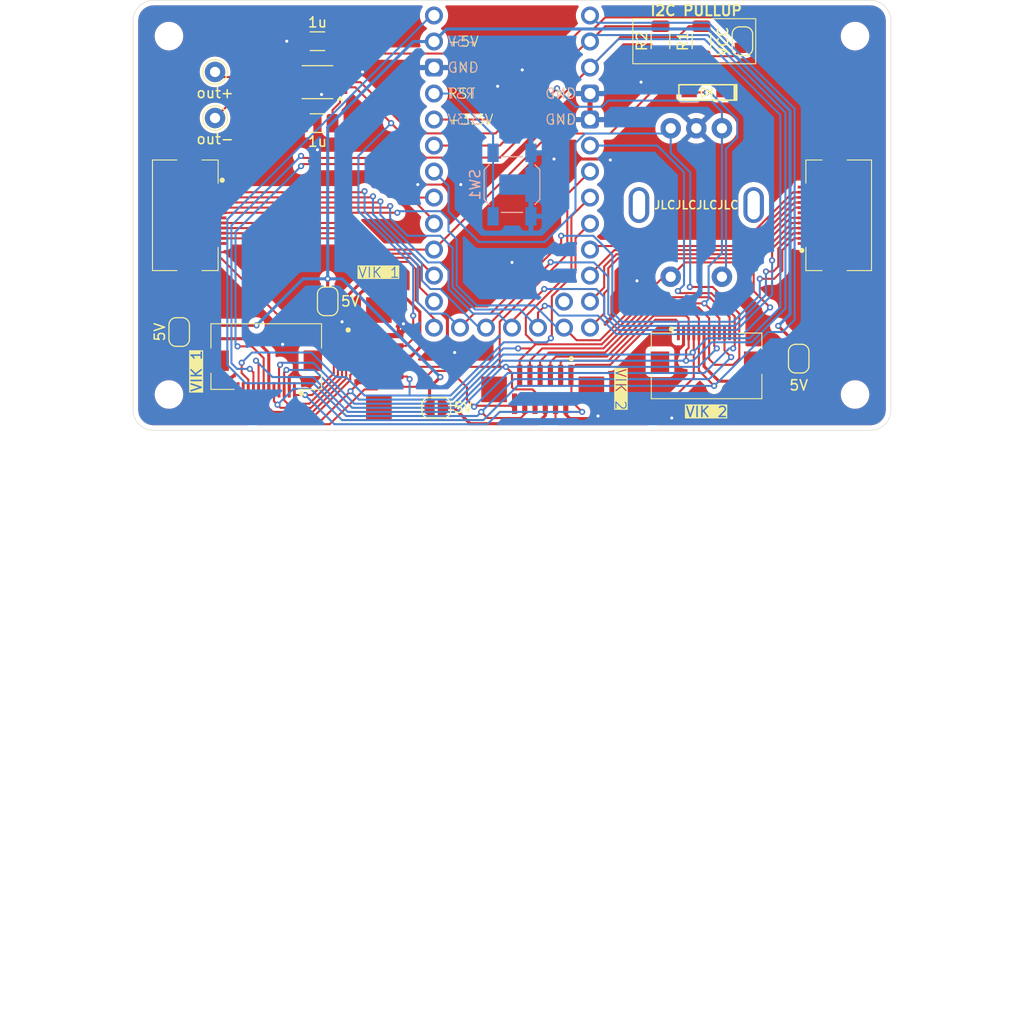
<source format=kicad_pcb>
(kicad_pcb (version 20240108) (generator "pcbnew") (generator_version "8.0")
  (layers (0 "F.Cu" signal) (31 "B.Cu" signal) (34 "B.Paste" user) (35 "F.Paste" user) (36 "B.SilkS" user "B.Silkscreen") (37 "F.SilkS" user "F.Silkscreen") (38 "B.Mask" user) (39 "F.Mask" user) (44 "Edge.Cuts" user))
  (net 0 "")
  (net 1 "GND")
  (net 2 "VCC")
  (net 3 "Net-(U1-REG)")
  (net 4 "row3")
  (net 5 "Net-(D1-A)")
  (net 6 "Net-(J1-Pin_1)")
  (net 7 "Net-(J2-Pin_1)")
  (net 8 "row4")
  (net 9 "row7")
  (net 10 "LED_OUT")
  (net 11 "row6")
  (net 12 "VIK2_GPIO2")
  (net 13 "row2")
  (net 14 "row1")
  (net 15 "VIK1_GPIO2")
  (net 16 "row0")
  (net 18 "col0")
  (net 19 "VIK1_CS")
  (net 20 "SPI_CLK")
  (net 21 "col3")
  (net 22 "col1")
  (net 23 "VIK2_GPIO1")
  (net 24 "SDA")
  (net 25 "SCL")
  (net 26 "SPI_MOSI")
  (net 27 "col2")
  (net 28 "row5")
  (net 29 "VIK1_GPIO1")
  (net 30 "SPI_MISO")
  (net 31 "VIK2_CS")
  (net 32 "col4")
  (net 33 "+5V")
  (net 34 "RST")
  (net 39 "I2C_3V3")
  (net 41 "VIK1_5V_1")
  (net 42 "VIK2_5V_1")
  (net 43 "VIK1_5V_2")
  (net 44 "VIK2_5V_2")
  (footprint "zzkeeb:Diode_1N4148-SOD123" (layer "F.Cu") (at 169 69 180)
    (property "Reference" "D1" (hide yes))
    (property "Value" "D" (hide yes))
  )
  (footprint "zzkeeb:Hole_M2" (layer "F.Cu") (at 183.5 98.5)
    (property "Reference" "H3" (hide yes))
    (property "Value" "MountingHole" (hide yes))
  )
  (footprint "zzkeeb:Connector_FFC-12pin-0.5mm-horizontal" (layer "F.Cu") (at 180.2 81 90)
    (property "Reference" "J5")
    (property "Value" "Conn_01x12_Socket" (hide yes))
  )
  (footprint "Jumper:SolderJumper-2_P1.3mm_Open_RoundedPad1.0x1.5mm" (layer "F.Cu") (at 142.6 99.8)
    (property "Reference" "JP5" (hide yes))
    (property "Value" "5V")
  )
  (footprint "zzkeeb:Connector_FFC-12pin-0.5mm-horizontal" (layer "F.Cu") (at 119.8 81 -90)
    (property "Reference" "J4")
    (property "Value" "Conn_01x12_Socket" (hide yes))
  )
  (footprint "Jumper:SolderJumper-2_P1.3mm_Open_RoundedPad1.0x1.5mm" (layer "F.Cu") (at 117.5 92.4 -90)
    (property "Reference" "JP1" (hide yes))
    (property "Value" "5V")
  )
  (footprint "zzkeeb:RotaryEncoder_EC11" (layer "F.Cu") (at 168 80 -90)
    (property "Reference" "RE1" (hide yes))
    (property "Value" "RotaryEncoder_Switch" (hide yes))
  )
  (footprint "Jumper:SolderJumper-2_P1.3mm_Open_RoundedPad1.0x1.5mm" (layer "F.Cu") (at 172.5 64 90)
    (property "Reference" "JP3" (hide yes))
    (property "Value" "VCC")
  )
  (footprint "Capacitor_SMD:C_1206_3216Metric" (layer "F.Cu") (at 131 64 180)
    (property "Reference" "C2" (hide yes))
    (property "Value" "1u")
  )
  (footprint "TestPoint:TestPoint_THTPad_D2.0mm_Drill1.0mm" (layer "F.Cu") (at 121 67)
    (property "Reference" "J1" (hide yes))
    (property "Value" "out+")
  )
  (footprint "Jumper:SolderJumper-2_P1.3mm_Open_RoundedPad1.0x1.5mm" (layer "F.Cu") (at 132 89.4 -90)
    (property "Reference" "JP4" (hide yes))
    (property "Value" "5V")
  )
  (footprint "zzkeeb:Hole_M2" (layer "F.Cu") (at 116.5 63.5)
    (property "Reference" "H2" (hide yes))
    (property "Value" "MountingHole" (hide yes))
  )
  (footprint "Resistor_SMD:R_1206_3216Metric" (layer "F.Cu") (at 168.5 64 90)
    (property "Reference" "R1")
    (property "Value" "4.7k")
  )
  (footprint "zzkeeb:Connector_VIK-horizontal-keyboard" (layer "F.Cu") (at 169 94)
    (property "Reference" "VIK_K2")
    (property "Value" "Connector_VIK-keyboard" (hide yes))
  )
  (footprint "zzkeeb:Connector_VIK-horizontal-keyboard" (layer "F.Cu") (at 126 96.5 180)
    (property "Reference" "VIK_K1")
    (property "Value" "Connector_VIK-keyboard" (hide yes))
  )
  (footprint "zzkeeb:Connector_VIK-vertical-keyboard" (layer "F.Cu") (at 153 98 -90)
    (property "Reference" "VIK_K4" (hide yes))
    (property "Value" "Connector_VIK-keyboard" (hide yes))
  )
  (footprint "Package_SO:VSSOP-10_3x3mm_P0.5mm" (layer "F.Cu") (at 131 68 180)
    (property "Reference" "U1" (hide yes))
    (property "Value" "DRV2605LDGS")
  )
  (footprint "zzkeeb:Connector_VIK-vertical-keyboard" (layer "F.Cu") (at 137 95)
    (property "Reference" "VIK_K3" (hide yes))
    (property "Value" "Connector_VIK-keyboard" (hide yes))
  )
  (footprint "Jumper:SolderJumper-2_P1.3mm_Open_RoundedPad1.0x1.5mm" (layer "F.Cu") (at 178 95 -90)
    (property "Reference" "JP2" (hide yes))
    (property "Value" "5V")
  )
  (footprint "zzkeeb:Hole_M2" (layer "F.Cu") (at 116.5 98.5)
    (property "Reference" "H4" (hide yes))
    (property "Value" "MountingHole" (hide yes))
  )
  (footprint "Capacitor_SMD:C_1206_3216Metric" (layer "F.Cu") (at 131 72 180)
    (property "Reference" "C3" (hide yes))
    (property "Value" "1u")
  )
  (footprint "zzkeeb:Hole_M2" (layer "F.Cu") (at 183.5 63.5)
    (property "Reference" "H1" (hide yes))
    (property "Value" "MountingHole" (hide yes))
  )
  (footprint "TestPoint:TestPoint_THTPad_D2.0mm_Drill1.0mm" (layer "F.Cu") (at 121 71.5)
    (property "Reference" "J2" (hide yes))
    (property "Value" "out-")
  )
  (footprint "Resistor_SMD:R_1206_3216Metric" (layer "F.Cu") (at 164.5 64 90)
    (property "Reference" "R2")
    (property "Value" "4.7k")
  )
  (footprint "zzkeeb:MCU_rp2040-helios" (layer "B.Cu") (at 150 78 180)
    (property "Reference" "J3")
    (property "Value" "RP2040")
  )
  (footprint "zzkeeb:Button_SW_SPST_SKQG_WithoutStem" (layer "B.Cu") (at 150 78 -90)
    (property "Reference" "SW1")
    (property "Value" "SW_Push")
  )
  (gr_rect (start 161.8 61.8) (end 173.8 66.2) (stroke (width 0.1)) (fill none) (layer "F.SilkS"))
  (gr_line (start 185 102) (end 115 102) (stroke (width 0.05)) (layer "Edge.Cuts"))
  (gr_arc (start 187 100) (mid 186.414214 101.414214) (end 185 102) (stroke (width 0.05)) (layer "Edge.Cuts"))
  (gr_line (start 115 60) (end 185 60) (stroke (width 0.05)) (layer "Edge.Cuts"))
  (gr_line (start 113 100) (end 113 62) (stroke (width 0.05)) (layer "Edge.Cuts"))
  (gr_line (start 187 62) (end 187 100) (stroke (width 0.05)) (layer "Edge.Cuts"))
  (gr_arc (start 115 102) (mid 113.585786 101.414214) (end 113 100) (stroke (width 0.05)) (layer "Edge.Cuts"))
  (gr_arc (start 185 60) (mid 186.414214 60.585786) (end 187 62) (stroke (width 0.05)) (layer "Edge.Cuts"))
  (gr_arc (start 113 62) (mid 113.585786 60.585786) (end 115 60) (stroke (width 0.05)) (layer "Edge.Cuts"))
  (gr_text "I2C PULLUP" (at 163.4 61.6 0) (layer "F.SilkS") (effects (font (size 1 1) (thickness 0.2) (bold yes)) (justify left bottom)))
  (gr_text "JLCJLCJLCJLC" (at 168 80 0) (layer "F.SilkS") (effects (font (size 0.8 0.8) (thickness 0.15) (bold yes))))
  (segment (start 120.582843 84.6) (end 122.2 84.6) (width 0.2) (layer "F.Cu") (net 1))
  (segment (start 139.4 91.6) (end 138.9 91.6) (width 0.3) (layer "F.Cu") (net 1))
  (segment (start 145 78) (end 140.8 78) (width 0.2) (layer "F.Cu") (net 1))
  (segment (start 132.37188 67.5) (end 131.4 68.47188) (width 0.3) (layer "F.Cu") (net 1))
  (segment (start 122.4 77.2) (end 120.765686 77.2) (width 0.2) (layer "F.Cu") (net 1))
  (segment (start 128.75 94.75) (end 128.75 96.243694) (width 0.3) (layer "F.Cu") (net 1))
  (segment (start 127.6 93.6) (end 128.75 94.75) (width 0.3) (layer "F.Cu") (net 1))
  (segment (start 133.2 67.5) (end 134.9 67.5) (width 0.3) (layer "F.Cu") (net 1))
  (segment (start 128.25 96.743694) (end 128.25 98.05) (width 0.3) (layer "F.Cu") (net 1))
  (segment (start 166.75 93.65) (end 166.2 94.2) (width 0.3) (layer "F.Cu") (net 1))
  (segment (start 138.9 91.6) (end 138.9 92.75) (width 0.3) (layer "F.Cu") (net 1))
  (segment (start 159.5037 75.5037) (end 159.6 75.6) (width 0.3) (layer "F.Cu") (net 1))
  (segment (start 130.8 64.6) (end 130.2 64) (width 0.3) (layer "F.Cu") (net 1))
  (segment (start 133.4 90.4) (end 133.4 91.4) (width 0.3) (layer "F.Cu") (net 1))
  (segment (start 158.15 100.85) (end 158.4 100.6) (width 0.3) (layer "F.Cu") (net 1))
  (segment (start 154.1037 75.5037) (end 159.5037 75.5037) (width 0.3) (layer "F.Cu") (net 1))
  (segment (start 155.65 100.85) (end 158.15 100.85) (width 0.3) (layer "F.Cu") (net 1))
  (segment (start 119.8 78.165686) (end 119.8 83.817157) (width 0.2) (layer "F.Cu") (net 1))
  (segment (start 139.4 89.543502) (end 138.056498 88.2) (width 0.3) (layer "F.Cu") (net 1))
  (segment (start 166.75 92.45) (end 166.75 93.65) (width 0.3) (layer "F.Cu") (net 1))
  (segment (start 130 68) (end 130.8 67.2) (width 0.3) (layer "F.Cu") (net 1))
  (segment (start 155.25 100.45) (end 155.65 100.85) (width 0.3) (layer "F.Cu") (net 1))
  (segment (start 139.4 91.6) (end 139.4 89.543502) (width 0.3) (layer "F.Cu") (net 1))
  (segment (start 130.2 64) (end 129.525 64) (width 0.3) (layer "F.Cu") (net 1))
  (segment (start 138.056498 88.2) (end 135.6 88.2) (width 0.3) (layer "F.Cu") (net 1))
  (segment (start 159.6 75.6) (end 159.6963 75.5037) (width 0.3) (layer "F.Cu") (net 1))
  (segment (start 143.6937 93.6937) (end 143.6937 90.7063) (width 0.3) (layer "F.Cu") (net 1))
  (segment (start 120.765686 77.2) (end 119.8 78.165686) (width 0.2) (layer "F.Cu") (net 1))
  (segment (start 135.6 88.2) (end 133.4 90.4) (width 0.3) (layer "F.Cu") (net 1))
  (segment (start 131.4 68.47188) (end 131.4 69.2) (width 0.3) (layer "F.Cu") (net 1))
  (segment (start 144.4 94.4) (end 143.6937 93.6937) (width 0.3) (layer "F.Cu") (net 1))
  (segment (start 119.8 83.817157) (end 120.582843 84.6) (width 0.2) (layer "F.Cu") (net 1))
  (segment (start 155.25 99.9) (end 155.25 100.45) (width 0.3) (layer "F.Cu") (net 1))
  (segment (start 134.9 67.5) (end 135.4 67) (width 0.3) (layer "F.Cu") (net 1))
  (segment (start 128.75 96.243694) (end 128.25 96.743694) (width 0.3) (layer "F.Cu") (net 1))
  (segment (start 159.6963 75.5037) (end 159.7037 75.5037) (width 0.3) (layer "F.Cu") (net 1))
  (segment (start 128.8 68) (end 130 68) (width 0.3) (layer "F.Cu") (net 1))
  (segment (start 133.2 67.5) (end 132.37188 67.5) (width 0.3) (layer "F.Cu") (net 1))
  (segment (start 130.8 67.2) (end 130.8 64.6) (width 0.3) (layer "F.Cu") (net 1))
  (via (at 144.4 94.4) (size 0.6) (drill 0.3) (layers "F.Cu" "B.Cu") (net 1))
  (via (at 162.6 68) (size 0.6) (drill 0.3) (layers "F.Cu" "B.Cu") (net 1))
  (via (at 150 85.6) (size 0.6) (drill 0.3) (layers "F.Cu" "B.Cu") (net 1))
  (via (at 165.6 100.8) (size 0.6) (drill 0.3) (layers "F.Cu" "B.Cu") (net 1))
  (via (at 154.1037 75.5037) (size 0.6) (drill 0.3) (layers "F.Cu" "B.Cu") (net 1))
  (via (at 158.4 100.6) (size 0.6) (drill 0.3) (layers "F.Cu" "B.Cu") (net 1))
  (via (at 162.2 87.4) (size 0.6) (drill 0.3) (layers "F.Cu" "B.Cu") (net 1))
  (via (at 151 66.8) (size 0.6) (drill 0.3) (layers "F.Cu" "B.Cu") (net 1))
  (via (at 135.4 67) (size 0.6) (drill 0.3) (layers "F.Cu" "B.Cu") (net 1))
  (via (at 127.6 93.6) (size 0.6) (drill 0.3) (layers "F.Cu" "B.Cu") (net 1))
  (via (at 140.8 78) (size 0.6) (drill 0.3) (layers "F.Cu" "B.Cu") (net 1))
  (via (at 131 74.6) (size 0.6) (drill 0.3) (layers "F.Cu" "B.Cu") (net 1))
  (via (at 131.4 69.2) (size 0.6) (drill 0.3) (layers "F.Cu" "B.Cu") (net 1))
  (via (at 133.4 91.4) (size 0.6) (drill 0.3) (layers "F.Cu" "B.Cu") (net 1))
  (via (at 159.6 75.6) (size 0.6) (drill 0.3) (layers "F.Cu" "B.Cu") (net 1))
  (via (at 145 78) (size 0.6) (drill 0.3) (layers "F.Cu" "B.Cu") (net 1))
  (via (at 139.4 91.6) (size 0.6) (drill 0.3) (layers "F.Cu" "B.Cu") (net 1))
  (via (at 128 64) (size 0.6) (drill 0.3) (layers "F.Cu" "B.Cu") (net 1))
  (via (at 148.6 68.4) (size 0.6) (drill 0.3) (layers "F.Cu" "B.Cu") (net 1))
  (segment (start 132.6 96.434314) (end 130.484314 98.55) (width 0.2) (layer "F.Cu") (net 2))
  (segment (start 121.4 85) (end 120.417157 85) (width 0.2) (layer "F.Cu") (net 2))
  (segment (start 166 91.2) (end 166.25 91.45) (width 0.2) (layer "F.Cu") (net 2))
  (segment (start 170.825 61.675) (end 159.09854 61.675) (width 0.2) (layer "F.Cu") (net 2))
  (segment (start 135.8063 65.2063) (end 147.8063 65.2063) (width 0.2) (layer "F.Cu") (net 2))
  (segment (start 130.484314 98.55) (end 129.8 98.55) (width 0.2) (layer "F.Cu") (net 2))
  (segment (start 134.6 64) (end 135.8063 65.2063) (width 0.2) (layer "F.Cu") (net 2))
  (segment (start 147.8063 65.2063) (end 151.1 68.5) (width 0.2) (layer "F.Cu") (net 2))
  (segment (start 159.09854 61.675) (end 157.97354 62.8) (width 0.2) (layer "F.Cu") (net 2))
  (segment (start 166.25 91.45) (end 166.25 92.45) (width 0.2) (layer "F.Cu") (net 2))
  (segment (start 119.2 83.782843) (end 119.2 78.2) (width 0.2) (layer "F.Cu") (net 2))
  (segment (start 132 67) (end 133.2 67) (width 0.2) (layer "F.Cu") (net 2))
  (segment (start 132.475 65.475) (end 133.2 66.2) (width 0.2) (layer "F.Cu") (net 2))
  (segment (start 132.7 93.7) (end 132.6 93.8) (width 0.2) (layer "F.Cu") (net 2))
  (segment (start 172.5 63.35) (end 170.825 61.675) (width 0.2) (layer "F.Cu") (net 2))
  (segment (start 128.75 98.55) (end 129.8 98.55) (width 0.2) (layer "F.Cu") (net 2))
  (segment (start 132.7 93.7) (end 130.1 93.7) (width 0.2) (layer "F.Cu") (net 2))
  (segment (start 132.475 64) (end 134.6 64) (width 0.2) (layer "F.Cu") (net 2))
  (segment (start 163.994116 91.2) (end 166 91.2) (width 0.2) (layer "F.Cu") (net 2))
  (segment (start 132.475 64) (end 132.475 65.475) (width 0.2) (layer "F.Cu") (net 2))
  (segment (start 155.75 96.1) (end 156.25 95.6) (width 0.2) (layer "F.Cu") (net 2))
  (segment (start 133.2 66.2) (end 133.2 67) (width 0.2) (layer "F.Cu") (net 2))
  (segment (start 155.8 98.268664) (end 155.8 96.15) (width 0.2) (layer "F.Cu") (net 2))
  (segment (start 155.8 96.15) (end 155.75 96.1) (width 0.2) (layer "F.Cu") (net 2))
  (segment (start 134.15 92.25) (end 135.1 92.25) (width 0.2) (layer "F.Cu") (net 2))
  (segment (start 132.7 93.7) (end 134.15 92.25) (width 0.2) (layer "F.Cu") (net 2))
  (segment (start 119.2 78.2) (end 128.4 69) (width 0.2) (layer "F.Cu") (net 2))
  (segment (start 130.1 93.7) (end 121.4 85) (width 0.2) (layer "F.Cu") (net 2))
  (segment (start 156 98.468664) (end 155.8 98.268664) (width 0.2) (layer "F.Cu") (net 2))
  (segment (start 128.8 69) (end 130 69) (width 0.2) (layer "F.Cu") (net 2))
  (segment (start 151.1 68.5) (end 147.95 71.65) (width 0.2) (layer "F.Cu") (net 2))
  (segment (start 120.417157 85) (end 119.2 83.782843) (width 0.2) (layer "F.Cu") (net 2))
  (segment (start 147.95 71.65) (end 142.38 71.65) (width 0.2) (layer "F.Cu") (net 2))
  (segment (start 159.594115 95.6) (end 163.994116 91.2) (width 0.2) (layer "F.Cu") (net 2))
  (segment (start 128.4 69) (end 128.8 69) (width 0.2) (layer "F.Cu") (net 2))
  (segment (start 130 69) (end 132 67) (width 0.2) (layer "F.Cu") (net 2))
  (segment (start 156.8 62.8) (end 151.1 68.5) (width 0.2) (layer "F.Cu") (net 2))
  (segment (start 156.25 95.6) (end 159.594115 95.6) (width 0.2) (layer "F.Cu") (net 2))
  (segment (start 156 99.35) (end 156 98.468664) (width 0.2) (layer "F.Cu") (net 2))
  (segment (start 156.85 100.2) (end 156 99.35) (width 0.2) (layer "F.Cu") (net 2))
  (segment (start 132.6 93.8) (end 132.6 96.434314) (width 0.2) (layer "F.Cu") (net 2))
  (segment (start 157.97354 62.8) (end 156.8 62.8) (width 0.2) (layer "F.Cu") (net 2))
  (via (at 156.85 100.2) (size 0.6) (drill 0.3) (layers "F.Cu" "B.Cu") (net 2))
  (via (at 129.8 98.55) (size 0.6) (drill 0.3) (layers "F.Cu" "B.Cu") (net 2))
  (segment (start 156.85 100.2) (end 148.8 100.2) (width 0.2) (layer "B.Cu") (net 2))
  (segment (start 147.6 101.4) (end 132.65 101.4) (width 0.2) (layer "B.Cu") (net 2))
  (segment (start 132.65 101.4) (end 129.8 98.55) (width 0.2) (layer "B.Cu") (net 2))
  (segment (start 148.8 100.2) (end 147.6 101.4) (width 0.2) (layer "B.Cu") (net 2))
  (segment (start 133.2 70) (end 133.2 69) (width 0.2) (layer "F.Cu") (net 3))
  (segment (start 132.475 70.725) (end 133.2 70) (width 0.2) (layer "F.Cu") (net 3))
  (segment (start 132.475 72) (end 132.475 70.725) (width 0.2) (layer "F.Cu") (net 3))
  (segment (start 137.247058 84.35) (end 142.38 84.35) (width 0.2) (layer "F.Cu") (net 4))
  (segment (start 134.647058 81.75) (end 137.247058 84.35) (width 0.2) (layer "F.Cu") (net 4))
  (segment (start 170.7 69) (end 169.5 67.8) (width 0.2) (layer "F.Cu") (net 4))
  (segment (start 159.5863 73.0137) (end 153.7163 73.0137) (width 0.2) (layer "F.Cu") (net 4))
  (segment (start 121.35 81.75) (end 134.647058 81.75) (width 0.2) (layer "F.Cu") (net 4))
  (segment (start 169.5 67.8) (end 164.8 67.8) (width 0.2) (layer "F.Cu") (net 4))
  (segment (start 164.8 67.8) (end 159.5863 73.0137) (width 0.2) (layer "F.Cu") (net 4))
  (segment (start 153.7163 73.0137) (end 142.38 84.35) (width 0.2) (layer "F.Cu") (net 4))
  (segment (start 169 69) (end 167.3 69) (width 0.2) (layer "F.Cu") (net 5))
  (via (at 169 69) (size 0.6) (drill 0.3) (layers "F.Cu" "B.Cu") (net 5))
  (segment (start 172 71.641422) (end 172 73.4) (width 0.2) (layer "B.Cu") (net 5))
  (segment (start 170.9 74.5) (end 170.9 86.6) (width 0.2) (layer "B.Cu") (net 5))
  (segment (start 169.358578 69) (end 172 71.641422) (width 0.2) (layer "B.Cu") (net 5))
  (segment (start 172 73.4) (end 170.9 74.5) (width 0.2) (layer "B.Cu") (net 5))
  (segment (start 170.9 86.6) (end 170.5 87) (width 0.2) (layer "B.Cu") (net 5))
  (segment (start 169 69) (end 169.358578 69) (width 0.2) (layer "B.Cu") (net 5))
  (segment (start 121.5 67.5) (end 121 67) (width 0.2) (layer "F.Cu") (net 6))
  (segment (start 128.8 67.5) (end 121.5 67.5) (width 0.2) (layer "F.Cu") (net 6))
  (segment (start 128.8 68.5) (end 124 68.5) (width 0.2) (layer "F.Cu") (net 7))
  (segment (start 124 68.5) (end 121 71.5) (width 0.2) (layer "F.Cu") (net 7))
  (segment (start 177.45 78.75) (end 178.45 78.75) (width 0.2) (layer "F.Cu") (net 8))
  (segment (start 157.62 84.35) (end 157.97 84) (width 0.2) (layer "F.Cu") (net 8))
  (segment (start 172.2 84) (end 177.45 78.75) (width 0.2) (layer "F.Cu") (net 8))
  (segment (start 157.97 84) (end 172.2 84) (width 0.2) (layer "F.Cu") (net 8))
  (segment (start 178.65 80.25) (end 177.647058 80.25) (width 0.2) (layer "F.Cu") (net 9))
  (segment (start 159 90.59) (end 157.62 91.97) (width 0.2) (layer "F.Cu") (net 9))
  (segment (start 159.4 88.215686) (end 159 88.615686) (width 0.2) (layer "F.Cu") (net 9))
  (segment (start 172.697057 85.2) (end 160.365686 85.2) (width 0.2) (layer "F.Cu") (net 9))
  (segment (start 159 88.615686) (end 159 90.59) (width 0.2) (layer "F.Cu") (net 9))
  (segment (start 159.4 86.165686) (end 159.4 88.215686) (width 0.2) (layer "F.Cu") (net 9))
  (segment (start 177.647058 80.25) (end 172.697057 85.2) (width 0.2) (layer "F.Cu") (net 9))
  (segment (start 160.365686 85.2) (end 159.4 86.165686) (width 0.2) (layer "F.Cu") (net 9))
  (segment (start 126.75 99.15) (end 126.75 98.55) (width 0.2) (layer "F.Cu") (net 10))
  (segment (start 133.4 95) (end 133.4 96.765686) (width 0.2) (layer "F.Cu") (net 10))
  (segment (start 153.75 96.1) (end 153.75 95.332843) (width 0.2) (layer "F.Cu") (net 10))
  (segment (start 127.4 99.8) (end 127.1 99.5) (width 0.2) (layer "F.Cu") (net 10))
  (segment (start 134.15 94.25) (end 133.4 95) (width 0.2) (layer "F.Cu") (net 10))
  (segment (start 153.75 95.332843) (end 154.282843 94.8) (width 0.2) (layer "F.Cu") (net 10))
  (segment (start 168.25 96.16924) (end 168.25 92.45) (width 0.2) (layer "F.Cu") (net 10))
  (segment (start 159.262743 94.8) (end 163.662744 90.4) (width 0.2) (layer "F.Cu") (net 10))
  (segment (start 163.662744 90.4) (end 167.6 90.4) (width 0.2) (layer "F.Cu") (net 10))
  (segment (start 130.365686 99.8) (end 127.4 99.8) (width 0.2) (layer "F.Cu") (net 10))
  (segment (start 133.4 96.765686) (end 130.365686 99.8) (width 0.2) (layer "F.Cu") (net 10))
  (segment (start 169.74038 97.65962) (end 168.25 96.16924) (width 0.2) (layer "F.Cu") (net 10))
  (segment (start 127.1 99.5) (end 126.75 99.15) (width 0.2) (layer "F.Cu") (net 10))
  (segment (start 135.1 94.25) (end 134.15 94.25) (width 0.2) (layer "F.Cu") (net 10))
  (segment (start 168.25 91.05) (end 168.25 92.45) (width 0.2) (layer "F.Cu") (net 10))
  (segment (start 167.6 90.4) (end 168.25 91.05) (width 0.2) (layer "F.Cu") (net 10))
  (segment (start 154.282843 94.8) (end 159.262743 94.8) (width 0.2) (layer "F.Cu") (net 10))
  (via (at 127.1 99.5) (size 0.6) (drill 0.3) (layers "F.Cu" "B.Cu") (net 10))
  (via (at 169.74038 97.65962) (size 0.6) (drill 0.3) (layers "F.Cu" "B.Cu") (net 10))
  (segment (start 133.4 101) (end 130.35 97.95) (width 0.2) (layer "B.Cu") (net 10))
  (segment (start 177.6 91.2) (end 177.6 70.6) (width 0.2) (layer "B.Cu") (net 10))
  (segment (start 177.6 70.6) (end 169.2 62.2) (width 0.2) (layer "B.Cu") (net 10))
  (segment (start 158.33 62.2) (end 157.62 61.49) (width 0.2) (layer "B.Cu") (net 10))
  (segment (start 128.65 97.95) (end 127.1 99.5) (width 0.2) (layer "B.Cu") (net 10))
  (segment (start 169.2 62.2) (end 158.33 62.2) (width 0.2) (layer "B.Cu") (net 10))
  (segment (start 147.2 101) (end 133.4 101) (width 0.2) (layer "B.Cu") (net 10))
  (segment (start 150.54038 97.65962) (end 147.2 101) (width 0.2) (layer "B.Cu") (net 10))
  (segment (start 175 92.4) (end 176.4 92.4) (width 0.2) (layer "B.Cu") (net 10))
  (segment (start 176.4 92.4) (end 177.6 91.2) (width 0.2) (layer "B.Cu") (net 10))
  (segment (start 169.74038 97.65962) (end 150.54038 97.65962) (width 0.2) (layer "B.Cu") (net 10))
  (segment (start 169.74038 97.65962) (end 175 92.4) (width 0.2) (layer "B.Cu") (net 10))
  (segment (start 130.35 97.95) (end 128.65 97.95) (width 0.2) (layer "B.Cu") (net 10))
  (segment (start 172.531372 84.8) (end 177.581372 79.75) (width 0.2) (layer "F.Cu") (net 11))
  (segment (start 177.581372 79.75) (end 178.45 79.75) (width 0.2) (layer "F.Cu") (net 11))
  (segment (start 159 86) (end 160.2 84.8) (width 0.2) (layer "F.Cu") (net 11))
  (segment (start 160.2 84.8) (end 172.531372 84.8) (width 0.2) (layer "F.Cu") (net 11))
  (segment (start 157.62 89.43) (end 159 88.05) (width 0.2) (layer "F.Cu") (net 11))
  (segment (start 159 88.05) (end 159 86) (width 0.2) (layer "F.Cu") (net 11))
  (segment (start 152.95 94) (end 151.75 95.2) (width 0.2) (layer "F.Cu") (net 12))
  (segment (start 148.81 74.19) (end 142.38 74.19) (width 0.2) (layer "F.Cu") (net 12))
  (segment (start 151.75 95.2) (end 151.75 96.1) (width 0.2) (layer "F.Cu") (net 12))
  (segment (start 158.931371 94) (end 152.95 94) (width 0.2) (layer "F.Cu") (net 12))
  (segment (start 168.79 89.6) (end 163.331372 89.6) (width 0.2) (layer "F.Cu") (net 12))
  (segment (start 170.25 91.06) (end 170.25 92.45) (width 0.2) (layer "F.Cu") (net 12))
  (segment (start 154.4 68.6) (end 148.81 74.19) (width 0.2) (layer "F.Cu") (net 12))
  (segment (start 168.79 89.6) (end 170.25 91.06) (width 0.2) (layer "F.Cu") (net 12))
  (segment (start 163.331372 89.6) (end 158.931371 94) (width 0.2) (layer "F.Cu") (net 12))
  (via (at 168.79 89.6) (size 0.6) (drill 0.3) (layers "F.Cu" "B.Cu") (net 12))
  (via (at 154.4 68.6) (size 0.6) (drill 0.3) (layers "F.Cu" "B.Cu") (net 12))
  (segment (start 154.4 68.6) (end 156.2 70.4) (width 0.2) (layer "B.Cu") (net 12))
  (segment (start 158.8 70.4) (end 159.4 69.8) (width 0.2) (layer "B.Cu") (net 12))
  (segment (start 170.5 70.9) (end 170.5 72.5) (width 0.2) (layer "B.Cu") (net 12))
  (segment (start 159.4 69.8) (end 169.4 69.8) (width 0.2) (layer "B.Cu") (net 12))
  (segment (start 170.5 84.7) (end 170.5 72.5) (width 0.2) (layer "B.Cu") (net 12))
  (segment (start 169.2 89.19) (end 169.2 86) (width 0.2) (layer "B.Cu") (net 12))
  (segment (start 169.4 69.8) (end 170.5 70.9) (width 0.2) (layer "B.Cu") (net 12))
  (segment (start 156.2 70.4) (end 158.8 70.4) (width 0.2) (layer "B.Cu") (net 12))
  (segment (start 168.79 89.6) (end 169.2 89.19) (width 0.2) (layer "B.Cu") (net 12))
  (segment (start 169.2 86) (end 170.5 84.7) (width 0.2) (layer "B.Cu") (net 12))
  (segment (start 121.35 82.25) (end 134.581372 82.25) (width 0.2) (layer "F.Cu") (net 13))
  (segment (start 140.24 84.75) (end 142.38 86.89) (width 0.2) (layer "F.Cu") (net 13))
  (segment (start 134.581372 82.25) (end 137.081373 84.75) (width 0.2) (layer "F.Cu") (net 13))
  (segment (start 137.081373 84.75) (end 140.24 84.75) (width 0.2) (layer "F.Cu") (net 13))
  (segment (start 136.915688 85.15) (end 140.074314 85.15) (width 0.2) (layer "F.Cu") (net 14))
  (segment (start 140.074314 85.15) (end 141 86.075686) (width 0.2) (layer "F.Cu") (net 14))
  (segment (start 121.35 82.75) (end 134.515686 82.75) (width 0.2) (layer "F.Cu") (net 14))
  (segment (start 141 88.05) (end 142.38 89.43) (width 0.2) (layer "F.Cu") (net 14))
  (segment (start 134.515686 82.75) (end 136.915688 85.15) (width 0.2) (layer "F.Cu") (net 14))
  (segment (start 141 86.075686) (end 141 88.05) (width 0.2) (layer "F.Cu") (net 14))
  (segment (start 126.2 100.6) (end 124.75 99.15) (width 0.2) (layer "F.Cu") (net 15))
  (segment (start 130.697058 100.6) (end 126.2 100.6) (width 0.2) (layer "F.Cu") (net 15))
  (segment (start 124.75 99.15) (end 124.75 98.55) (width 0.2) (layer "F.Cu") (net 15))
  (segment (start 134.2 96.6) (end 134.2 97.097058) (width 0.2) (layer "F.Cu") (net 15))
  (segment (start 129.6 75.4) (end 137 75.4) (width 0.2) (layer "F.Cu") (net 15))
  (segment (start 135.1 96.25) (end 134.55 96.25) (width 0.2) (layer "F.Cu") (net 15))
  (segment (start 134.2 97.097058) (end 130.697058 100.6) (width 0.2) (layer "F.Cu") (net 15))
  (segment (start 134.55 96.25) (end 134.2 96.6) (width 0.2) (layer "F.Cu") (net 15))
  (segment (start 129.4 75.2) (end 129.6 75.4) (width 0.2) (layer "F.Cu") (net 15))
  (segment (start 140.87 79.27) (end 142.38 79.27) (width 0.2) (layer "F.Cu") (net 15))
  (segment (start 124.4 96) (end 124.75 96.35) (width 0.2) (layer "F.Cu") (net 15))
  (segment (start 124.75 96.35) (end 124.75 98.05) (width 0.2) (layer "F.Cu") (net 15))
  (segment (start 137 75.4) (end 140.87 79.27) (width 0.2) (layer "F.Cu") (net 15))
  (via (at 129.4 75.2) (size 0.6) (drill 0.3) (layers "F.Cu" "B.Cu") (net 15))
  (via (at 124.4 96) (size 0.6) (drill 0.3) (layers "F.Cu" "B.Cu") (net 15))
  (segment (start 122.6 95.448529) (end 122.6 82) (width 0.2) (layer "B.Cu") (net 15))
  (segment (start 122.6 82) (end 129.4 75.2) (width 0.2) (layer "B.Cu") (net 15))
  (segment (start 124.4 96) (end 123.151471 96) (width 0.2) (layer "B.Cu") (net 15))
  (segment (start 123.151471 96) (end 122.6 95.448529) (width 0.2) (layer "B.Cu") (net 15))
  (segment (start 139.908628 85.55) (end 140.6 86.241372) (width 0.2) (layer "F.Cu") (net 16))
  (segment (start 142.38 91.09354) (end 142.38 91.97) (width 0.2) (layer "F.Cu") (net 16))
  (segment (start 140.6 86.241372) (end 140.6 89.31354) (width 0.2) (layer "F.Cu") (net 16))
  (segment (start 121.35 83.250001) (end 134.450001 83.250001) (width 0.2) (layer "F.Cu") (net 16))
  (segment (start 136.750003 85.55) (end 139.908628 85.55) (width 0.2) (layer "F.Cu") (net 16))
  (segment (start 134.450001 83.250001) (end 136.750003 85.55) (width 0.2) (layer "F.Cu") (net 16))
  (segment (start 140.6 89.31354) (end 142.38 91.09354) (width 0.2) (layer "F.Cu") (net 16))
  (segment (start 138.8 80.75) (end 121.35 80.75) (width 0.2) (layer "F.Cu") (net 18))
  (segment (start 178.65 81.25) (end 177.212744 81.25) (width 0.2) (layer "F.Cu") (net 18))
  (segment (start 172.862742 85.6) (end 166.9 85.6) (width 0.2) (layer "F.Cu") (net 18))
  (segment (start 155.08 91.97) (end 156.31 93.2) (width 0.2) (layer "F.Cu") (net 18))
  (segment (start 166.9 85.6) (end 165.5 87) (width 0.2) (layer "F.Cu") (net 18))
  (segment (start 177.212744 81.25) (end 172.862742 85.6) (width 0.2) (layer "F.Cu") (net 18))
  (segment (start 164.8 87) (end 165.5 87) (width 0.2) (layer "F.Cu") (net 18))
  (segment (start 158.6 93.2) (end 164.8 87) (width 0.2) (layer "F.Cu") (net 18))
  (segment (start 156.31 93.2) (end 158.6 93.2) (width 0.2) (layer "F.Cu") (net 18))
  (via (at 138.8 80.75) (size 0.6) (drill 0.3) (layers "F.Cu" "B.Cu") (net 18))
  (segment (start 154.38677 91.97) (end 155.08 91.97) (width 0.2) (layer "B.Cu") (net 18))
  (segment (start 138.95 80.6) (end 143.01677 80.6) (width 0.2) (layer "B.Cu") (net 18))
  (segment (start 152.21677 89.8) (end 154.38677 91.97) (width 0.2) (layer "B.Cu") (net 18))
  (segment (start 144.6 83.34094) (end 144.6 87.834314) (width 0.2) (layer "B.Cu") (net 18))
  (segment (start 143.01677 80.6) (end 143.8 81.38323) (width 0.2) (layer "B.Cu") (net 18))
  (segment (start 138.8 80.75) (end 138.95 80.6) (width 0.2) (layer "B.Cu") (net 18))
  (segment (start 144.6 87.834314) (end 146.565686 89.8) (width 0.2) (layer "B.Cu") (net 18))
  (segment (start 143.8 81.38323) (end 143.8 82.54094) (width 0.2) (layer "B.Cu") (net 18))
  (segment (start 146.565686 89.8) (end 152.21677 89.8) (width 0.2) (layer "B.Cu") (net 18))
  (segment (start 143.8 82.54094) (end 144.6 83.34094) (width 0.2) (layer "B.Cu") (net 18))
  (segment (start 153.8 93) (end 153.89073 92.90927) (width 0.2) (layer "F.Cu") (net 19))
  (segment (start 123.6 95.4) (end 123.6 96.4) (width 0.2) (layer "F.Cu") (net 19))
  (segment (start 124.25 97.05) (end 124.25 98.55) (width 0.2) (layer "F.Cu") (net 19))
  (segment (start 123.6 96.4) (end 124.25 97.05) (width 0.2) (layer "F.Cu") (net 19))
  (segment (start 140 97) (end 139.75 96.75) (width 0.2) (layer "F.Cu") (net 19))
  (segment (start 153.89073 92.90927) (end 153.89073 88.90927) (width 0.2) (layer "F.Cu") (net 19))
  (segment (start 139.75 96.75) (end 138.9 96.75) (width 0.2) (layer "F.Cu") (net 19))
  (segment (start 156.2 86.6) (end 156.2 83.23) (width 0.2) (layer "F.Cu") (net 19))
  (segment (start 153.89073 88.90927) (end 156.2 86.6) (width 0.2) (layer "F.Cu") (net 19))
  (segment (start 156.2 83.23) (end 157.62 81.81) (width 0.2) (layer "F.Cu") (net 19))
  (via (at 140 97) (size 0.6) (drill 0.3) (layers "F.Cu" "B.Cu") (net 19))
  (via (at 123.6 95.4) (size 0.6) (drill 0.3) (layers "F.Cu" "B.Cu") (net 19))
  (via (at 153.8 93) (size 0.6) (drill 0.3) (layers "F.Cu" "B.Cu") (net 19))
  (segment (start 135.6 98.6) (end 144 98.6) (width 0.2) (layer "B.Cu") (net 19))
  (segment (start 153.4 93.4) (end 153.8 93) (width 0.2) (layer "B.Cu") (net 19))
  (segment (start 130.4 94.4) (end 132.8 96.8) (width 0.2) (layer "B.Cu") (net 19))
  (segment (start 123.6 95.4) (end 124.6 94.4) (width 0.2) (layer "B.Cu") (net 19))
  (segment (start 133.8 96.8) (end 135.6 98.6) (width 0.2) (layer "B.Cu") (net 19))
  (segment (start 144 98.6) (end 149.2 93.4) (width 0.2) (layer "B.Cu") (net 19))
  (segment (start 149.2 93.4) (end 153.4 93.4) (width 0.2) (layer "B.Cu") (net 19))
  (segment (start 132.8 96.8) (end 133.8 96.8) (width 0.2) (layer "B.Cu") (net 19))
  (segment (start 140 97) (end 140 98.6) (width 0.2) (layer "B.Cu") (net 19))
  (segment (start 124.6 94.4) (end 130.4 94.4) (width 0.2) (layer "B.Cu") (net 19))
  (segment (start 149.95 99.6) (end 150.25 99.9) (width 0.2) (layer "F.Cu") (net 20))
  (segment (start 171.75 93.85) (end 171.75 92.45) (width 0.2) (layer "F.Cu") (net 20))
  (segment (start 166.4 88.6) (end 169.465686 88.6) (width 0.2) (layer "F.Cu") (net 20))
  (segment (start 145.6 97.8) (end 144 96.2) (width 0.2) (layer "F.Cu") (net 20))
  (segment (start 169.465686 88.6) (end 171.75 90.884314) (width 0.2) (layer "F.Cu") (net 20))
  (segment (start 140.65 97.75) (end 138.9 97.75) (width 0.2) (layer "F.Cu") (net 20))
  (segment (start 123.25 99.45) (end 125.2 101.4) (width 0.2) (layer "F.Cu") (net 20))
  (segment (start 142.2 96.2) (end 140.65 97.75) (width 0.2) (layer "F.Cu") (net 20))
  (segment (start 146.39853 99.6) (end 149.95 99.6) (width 0.2) (layer "F.Cu") (net 20))
  (segment (start 132.2 101.4) (end 135.6 98) (width 0.2) (layer "F.Cu") (net 20))
  (segment (start 135.6 98) (end 136.8 98) (width 0.2) (layer "F.Cu") (net 20))
  (segment (start 171.6 94) (end 171.75 93.85) (width 0.2) (layer "F.Cu") (net 20))
  (segment (start 146.299265 99.699265) (end 146.39853 99.6) (width 0.2) (layer "F.Cu") (net 20))
  (segment (start 123.25 98.05) (end 123.25 99.45) (width 0.2) (layer "F.Cu") (net 20))
  (segment (start 145.6 99) (end 145.6 97.8) (width 0.2) (layer "F.Cu") (net 20))
  (segment (start 136.8 98) (end 137.05 97.75) (width 0.2) (layer "F.Cu") (net 20))
  (segment (start 144 96.2) (end 142.2 96.2) (width 0.2) (layer "F.Cu") (net 20))
  (segment (start 125.2 101.4) (end 132.2 101.4) (width 0.2) (layer "F.Cu") (net 20))
  (segment (start 137.05 97.75) (end 138.9 97.75) (width 0.2) (layer "F.Cu") (net 20))
  (segment (start 171.75 90.884314) (end 171.75 92.45) (width 0.2) (layer "F.Cu") (net 20))
  (segment (start 166.2 88.4) (end 166.4 88.6) (width 0.2) (layer "F.Cu") (net 20))
  (segment (start 146.299265 99.699265) (end 145.6 99) (width 0.2) (layer "F.Cu") (net 20))
  (via (at 166.2 88.4) (size 0.6) (drill 0.3) (layers "F.Cu" "B.Cu") (net 20))
  (via (at 171.6 94) (size 0.6) (drill 0.3) (layers "F.Cu" "B.Cu") (net 20))
  (via (at 146.299265 99.699265) (size 0.6) (drill 0.3) (layers "F.Cu" "B.Cu") (net 20))
  (segment (start 171.2 94) (end 168.8 96.4) (width 0.2) (layer "B.Cu") (net 20))
  (segment (start 168.8 96.4) (end 149.59853 96.4) (width 0.2) (layer "B.Cu") (net 20))
  (segment (start 164.19 74.19) (end 157.62 74.19) (width 0.2) (layer "B.Cu") (net 20))
  (segment (start 166.8 87.8) (end 166.8 76.8) (width 0.2) (layer "B.Cu") (net 20))
  (segment (start 149.59853 96.4) (end 146.299265 99.699265) (width 0.2) (layer "B.Cu") (net 20))
  (segment (start 166.2 88.4) (end 166.8 87.8) (width 0.2) (layer "B.Cu") (net 20))
  (segment (start 166.8 76.8) (end 164.19 74.19) (width 0.2) (layer "B.Cu") (net 20))
  (segment (start 171.6 94) (end 171.2 94) (width 0.2) (layer "B.Cu") (net 20))
  (segment (start 153.775735 85.575735) (end 153.775735 85.624265) (width 0.2) (layer "F.Cu") (net 21))
  (segment (start 147.46 91.94) (end 147.46 91.97) (width 0.2) (layer "F.Cu") (net 21))
  (segment (start 175.512169 86.487831) (end 176 86) (width 0.2) (layer "F.Cu") (net 21))
  (segment (start 153.775735 85.624265) (end 147.46 91.94) (width 0.2) (layer "F.Cu") (net 21))
  (segment (start 174.8 86.487831) (end 175.512169 86.487831) (width 0.2) (layer "F.Cu") (net 21))
  (segment (start 136.321704 79.25) (end 121.35 79.25) (width 0.2) (layer "F.Cu") (net 21))
  (segment (start 136.421704 79.15) (end 136.321704 79.25) (width 0.2) (layer "F.Cu") (net 21))
  (segment (start 176 86) (end 176 84.234315) (width 0.2) (layer "F.Cu") (net 21))
  (segment (start 176 84.234315) (end 177.484314 82.75) (width 0.2) (layer "F.Cu") (net 21))
  (segment (start 177.484314 82.75) (end 178.65 82.75) (width 0.2) (layer "F.Cu") (net 21))
  (via (at 174.8 86.487831) (size 0.6) (drill 0.3) (layers "F.Cu" "B.Cu") (net 21))
  (via (at 136.421704 79.15) (size 0.6) (drill 0.3) (layers "F.Cu" "B.Cu") (net 21))
  (via (at 153.775735 85.575735) (size 0.6) (drill 0.3) (layers "F.Cu" "B.Cu") (net 21))
  (segment (start 159.4 87.00646) (end 159.4 90.634314) (width 0.2) (layer "B.Cu") (net 21))
  (segment (start 174.8 88.768628) (end 174.8 86.487831) (width 0.2) (layer "B.Cu") (net 21))
  (segment (start 141.2 85.668628) (end 141.2 87.37354) (width 0.2) (layer "B.Cu") (net 21))
  (segment (start 171.768628 91.8) (end 174.8 88.768628) (width 0.2) (layer "B.Cu") (net 21))
  (segment (start 157.99354 85.6) (end 159.4 87.00646) (width 0.2) (layer "B.Cu") (net 21))
  (segment (start 146.77 91.97) (end 147.46 91.97) (width 0.2) (layer "B.Cu") (net 21))
  (segment (start 136.421704 80.890332) (end 141.2 85.668628) (width 0.2) (layer "B.Cu") (net 21))
  (segment (start 136.421704 79.15) (end 136.421704 80.890332) (width 0.2) (layer "B.Cu") (net 21))
  (segment (start 153.8 85.6) (end 157.99354 85.6) (width 0.2) (layer "B.Cu") (net 21))
  (segment (start 153.775735 85.575735) (end 153.8 85.6) (width 0.2) (layer "B.Cu") (net 21))
  (segment (start 159.4 90.634314) (end 160.565687 91.8) (width 0.2) (layer "B.Cu") (net 21))
  (segment (start 160.565687 91.8) (end 171.768628 91.8) (width 0.2) (layer "B.Cu") (net 21))
  (segment (start 143 88.2) (end 146.77 91.97) (width 0.2) (layer "B.Cu") (net 21))
  (segment (start 141.2 87.37354) (end 142.02646 88.2) (width 0.2) (layer "B.Cu") (net 21))
  (segment (start 142.02646 88.2) (end 143 88.2) (width 0.2) (layer "B.Cu") (net 21))
  (segment (start 175.2 90) (end 173.6 88.4) (width 0.2) (layer "F.Cu") (net 22))
  (segment (start 173.6 88.4) (end 173.6 85.502943) (width 0.2) (layer "F.Cu") (net 22))
  (segment (start 173.6 85.502943) (end 177.352943 81.75) (width 0.2) (layer "F.Cu") (net 22))
  (segment (start 138.1 80.1) (end 137.95 80.25) (width 0.2) (layer "F.Cu") (net 22))
  (segment (start 153.202548 89.845981) (end 152.54 90.508529) (width 0.2) (layer "F.Cu") (net 22))
  (segment (start 152.54 90.508529) (end 152.54 91.97) (width 0.2) (layer "F.Cu") (net 22))
  (segment (start 177.352943 81.75) (end 178.65 81.75) (width 0.2) (layer "F.Cu") (net 22))
  (segment (start 137.95 80.25) (end 121.35 80.25) (width 0.2) (layer "F.Cu") (net 22))
  (via (at 153.202548 89.845981) (size 0.6) (drill 0.3) (layers "F.Cu" "B.Cu") (net 22))
  (via (at 138.1 80.1) (size 0.6) (drill 0.3) (layers "F.Cu" "B.Cu") (net 22))
  (via (at 175.2 90) (size 0.6) (drill 0.3) (layers "F.Cu" "B.Cu") (net 22))
  (segment (start 150.77 90.2) (end 152.54 91.97) (width 0.2) (layer "B.Cu") (net 22))
  (segment (start 138.1 81.3) (end 139.8 83) (width 0.2) (layer "B.Cu") (net 22))
  (segment (start 153.636711 89.845981) (end 153.202548 89.845981) (width 0.2) (layer "B.Cu") (net 22))
  (segment (start 139.8 83) (end 143 83) (width 0.2) (layer "B.Cu") (net 22))
  (segment (start 144.2 88) (end 146.4 90.2) (width 0.2) (layer "B.Cu") (net 22))
  (segment (start 160.2 92.6) (end 158.3937 90.7937) (width 0.2) (layer "B.Cu") (net 22))
  (segment (start 143 83) (end 144.2 84.2) (width 0.2) (layer "B.Cu") (net 22))
  (segment (start 144.2 84.2) (end 144.2 88) (width 0.2) (layer "B.Cu") (net 22))
  (segment (start 158.3937 90.7937) (end 154.58443 90.7937) (width 0.2) (layer "B.Cu") (net 22))
  (segment (start 146.4 90.2) (end 150.77 90.2) (width 0.2) (layer "B.Cu") (net 22))
  (segment (start 138.1 80.1) (end 138.1 81.3) (width 0.2) (layer "B.Cu") (net 22))
  (segment (start 175.2 90) (end 172.6 92.6) (width 0.2) (layer "B.Cu") (net 22))
  (segment (start 154.58443 90.7937) (end 153.636711 89.845981) (width 0.2) (layer "B.Cu") (net 22))
  (segment (start 172.6 92.6) (end 160.2 92.6) (width 0.2) (layer "B.Cu") (net 22))
  (segment (start 172.2 95) (end 171.6 95.6) (width 0.2) (layer "F.Cu") (net 23))
  (segment (start 152.75 95.25) (end 153.6 94.4) (width 0.2) (layer "F.Cu") (net 23))
  (segment (start 172.2 90.6) (end 172.2 95) (width 0.2) (layer "F.Cu") (net 23))
  (segment (start 169.25 95.05) (end 169.25 92.45) (width 0.2) (layer "F.Cu") (net 23))
  (segment (start 168.2 90) (end 169.25 91.05) (width 0.2) (layer "F.Cu") (net 23))
  (segment (start 167.365298 88) (end 169.6 88) (width 0.2) (layer "F.Cu") (net 23))
  (segment (start 171.6 95.6) (end 169.8 95.6) (width 0.2) (layer "F.Cu") (net 23))
  (segment (start 159.097057 94.4) (end 163.497058 90) (width 0.2) (layer "F.Cu") (net 23))
  (segment (start 169.8 95.6) (end 169.25 95.05) (width 0.2) (layer "F.Cu") (net 23))
  (segment (start 153.6 94.4) (end 159.097057 94.4) (width 0.2) (layer "F.Cu") (net 23))
  (segment (start 169.6 88) (end 172.2 90.6) (width 0.2) (layer "F.Cu") (net 23))
  (segment (start 169.25 91.05) (end 169.25 92.45) (width 0.2) (layer "F.Cu") (net 23))
  (segment (start 163.497058 90) (end 168.2 90) (width 0.2) (layer "F.Cu") (net 23))
  (segment (start 152.75 96.6) (end 152.75 95.25) (width 0.2) (layer "F.Cu") (net 23))
  (via (at 167.365298 88) (size 0.6) (drill 0.3) (layers "F.Cu" "B.Cu") (net 23))
  (segment (start 157.13276 73.0137) (end 164.9863 73.0137) (width 0.2) (layer "B.Cu") (net 23))
  (segment (start 165.5 74.9) (end 165.5 72.5) (width 0.2) (layer "B.Cu") (net 23))
  (segment (start 146.765686 83.6) (end 153.2 83.6) (width 0.2) (layer "B.Cu") (net 23))
  (segment (start 167.365298 88) (end 167.4 87.965298) (width 0.2) (layer "B.Cu") (net 23))
  (segment (start 156.2 80.6) (end 156.2 73.94646) (width 0.2) (layer "B.Cu") (net 23))
  (segment (start 167.4 87.965298) (end 167.4 76.8) (width 0.2) (layer "B.Cu") (net 23))
  (segment (start 153.2 83.6) (end 156.2 80.6) (width 0.2) (layer "B.Cu") (net 23))
  (segment (start 156.2 73.94646) (end 157.13276 73.0137) (width 0.2) (layer "B.Cu") (net 23))
  (segment (start 142.38 76.73) (end 143.8 78.15) (width 0.2) (layer "B.Cu") (net 23))
  (segment (start 167.4 76.8) (end 165.5 74.9) (width 0.2) (layer "B.Cu") (net 23))
  (segment (start 143.8 78.15) (end 143.8 80.634314) (width 0.2) (layer "B.Cu") (net 23))
  (segment (start 143.8 80.634314) (end 146.765686 83.6) (width 0.2) (layer "B.Cu") (net 23))
  (segment (start 164.9863 73.0137) (end 165.5 72.5) (width 0.2) (layer "B.Cu") (net 23))
  (segment (start 127.75 99.06) (end 128.09 99.4) (width 0.2) (layer "F.Cu") (net 24))
  (segment (start 127.75 98.55) (end 127.75 99.06) (width 0.2) (layer "F.Cu") (net 24))
  (segment (start 154.9 95.2) (end 159.428429 95.2) (width 0.2) (layer "F.Cu") (net 24))
  (segment (start 135.2 68) (end 140.2 73) (width 0.2) (layer "F.Cu") (net 24))
  (segment (start 148.4 73) (end 157.37 64.03) (width 0.2) (layer "F.Cu") (net 24))
  (segment (start 130.2 99.4) (end 133 96.6) (width 0.2) (layer "F.Cu") (net 24))
  (segment (start 163.82843 90.8) (end 167 90.8) (width 0.2) (layer "F.Cu") (net 24))
  (segment (start 140.2 73) (end 148.4 73) (width 0.2) (layer "F.Cu") (net 24))
  (segment (start 133.2 68) (end 135.2 68) (width 0.2) (layer "F.Cu") (net 24))
  (segment (start 159.1125 62.5375) (end 164.5 62.5375) (width 0.2) (layer "F.Cu") (net 24))
  (segment (start 133 96.6) (end 133 94.4) (width 0.2) (layer "F.Cu") (net 24))
  (segment (start 127.974697 96.099758) (end 127.75 96.324455) (width 0.2) (layer "F.Cu") (net 24))
  (segment (start 157.37 64.03) (end 157.62 64.03) (width 0.2) (layer "F.Cu") (net 24))
  (segment (start 128.09 99.4) (end 130.2 99.4) (width 0.2) (layer "F.Cu") (net 24))
  (segment (start 154.75 96.1) (end 154.75 95.35) (width 0.2) (layer "F.Cu") (net 24))
  (segment (start 167.25 93.95) (end 167.25 92.45) (width 0.2) (layer "F.Cu") (net 24))
  (segment (start 167 95.2) (end 167 94.2) (width 0.2) (layer "F.Cu") (net 24))
  (segment (start 127.75 96.324455) (end 127.75 98.05) (width 0.2) (layer "F.Cu") (net 24))
  (segment (start 134.15 93.25) (end 135.1 93.25) (width 0.2) (layer "F.Cu") (net 24))
  (segment (start 167 90.8) (end 167.25 91.05) (width 0.2) (layer "F.Cu") (net 24))
  (segment (start 133 94.4) (end 134.15 93.25) (width 0.2) (layer "F.Cu") (net 24))
  (segment (start 157.62 64.03) (end 159.1125 62.5375) (width 0.2) (layer "F.Cu") (net 24))
  (segment (start 159.428429 95.2) (end 163.82843 90.8) (width 0.2) (layer "F.Cu") (net 24))
  (segment (start 154.75 95.35) (end 154.9 95.2) (width 0.2) (layer "F.Cu") (net 24))
  (segment (start 167 94.2) (end 167.25 93.95) (width 0.2) (layer "F.Cu") (net 24))
  (segment (start 167.25 91.05) (end 167.25 92.45) (width 0.2) (layer "F.Cu") (net 24))
  (via (at 127.974697 96.099758) (size 0.6) (drill 0.3) (layers "F.Cu" "B.Cu") (net 24))
  (via (at 167 95.2) (size 0.6) (drill 0.3) (layers "F.Cu" "B.Cu") (net 24))
  (segment (start 173.4 93.4) (end 176.7 90.1) (width 0.2) (layer "B.Cu") (net 24))
  (segment (start 134.4 99.8) (end 130.699758 96.099758) (width 0.2) (layer "B.Cu") (net 24))
  (segment (start 167.698529 95.2) (end 169.498529 93.4) (width 0.2) (layer "B.Cu") (net 24))
  (segment (start 130.699758 96.099758) (end 127.974697 96.099758) (width 0.2) (layer "B.Cu") (net 24))
  (segment (start 149.097057 95.2) (end 144.497057 99.8) (width 0.2) (layer "B.Cu") (net 24))
  (segment (start 176.7 90.1) (end 176.7 70.972792) (width 0.2) (layer "B.Cu") (net 24))
  (segment (start 158.25 63.4) (end 157.62 64.03) (width 0.2) (layer "B.Cu") (net 24))
  (segment (start 167 95.2) (end 149.097057 95.2) (width 0.2) (layer "B.Cu") (net 24))
  (segment (start 176.7 70.972792) (end 169.127208 63.4) (width 0.2) (layer "B.Cu") (net 24))
  (segment (start 169.498529 93.4) (end 173.4 93.4) (width 0.2) (layer "B.Cu") (net 24))
  (segment (start 144.497057 99.8) (end 134.4 99.8) (width 0.2) (layer "B.Cu") (net 24))
  (segment (start 167 95.2) (end 167.698529 95.2) (width 0.2) (layer "B.Cu") (net 24))
  (segment (start 169.127208 63.4) (end 158.25 63.4) (width 0.2) (layer "B.Cu") (net 24))
  (segment (start 148.8237 75.3663) (end 157.62 66.57) (width 0.2) (layer "F.Cu") (net 25))
  (segment (start 157.62 66.57) (end 160.59 63.6) (width 0.2) (layer "F.Cu") (net 25))
  (segment (start 134.7 68.5) (end 133.2 68.5) (width 0.2) (layer "F.Cu") (net 25))
  (segment (start 138.2 72) (end 141.5663 75.3663) (width 0.2) (layer "F.Cu") (net 25))
  (segment (start 127.25 95.7) (end 127.25 98.05) (width 0.2) (layer "F.Cu") (net 25))
  (segment (start 163.2 101.4) (end 167.75 96.85) (width 0.2) (layer "F.Cu") (net 25))
  (segment (start 167.2625 62.5375) (end 168.5 62.5375) (width 0.2) (layer "F.Cu") (net 25))
  (segment (start 138.2 72) (end 134.7 68.5) (width 0.2) (layer "F.Cu") (net 25))
  (segment (start 127.35 95.6) (end 127.25 95.7) (width 0.2) (layer "F.Cu") (net 25))
  (segment (start 140.35 93.05) (end 139.65 93.75) (width 0.2) (layer "F.Cu") (net 25))
  (segment (start 140.35 90.8) (end 140.35 93.05) (width 0.2) (layer "F.Cu") (net 25))
  (segment (start 154.25 99.9) (end 154.25 101.05) (width 0.2) (layer "F.Cu") (net 25))
  (segment (start 154.6 101.4) (end 163.2 101.4) (width 0.2) (layer "F.Cu") (net 25))
  (segment (start 139.65 93.75) (end 138.9 93.75) (width 0.2) (layer "F.Cu") (net 25))
  (segment (start 160.59 63.6) (end 166.2 63.6) (width 0.2) (layer "F.Cu") (net 25))
  (segment (start 166.2 63.6) (end 167.2625 62.5375) (width 0.2) (layer "F.Cu") (net 25))
  (segment (start 167.75 96.85) (end 167.75 92.45) (width 0.2) (layer "F.Cu") (net 25))
  (segment (start 141.5663 75.3663) (end 148.8237 75.3663) (width 0.2) (layer "F.Cu") (net 25))
  (segment (start 154.25 101.05) (end 154.6 101.4) (width 0.2) (layer "F.Cu") (net 25))
  (via (at 127.35 95.6) (size 0.6) (drill 0.3) (layers "F.Cu" "B.Cu") (net 25))
  (via (at 167.65 94.4) (size 0.6) (drill 0.3) (layers "F.Cu" "B.Cu") (net 25))
  (via (at 140.35 90.8) (size 0.6) (drill 0.3) (layers "F.Cu" "B.Cu") (net 25))
  (via (at 138.2 72) (size 0.6) (drill 0.3) (layers "F.Cu" "B.Cu") (net 25))
  (segment (start 135 75.2) (end 138.2 72) (width 0.2) (layer "B.Cu") (net 25))
  (segment (start 134.6 99.4) (end 144.331372 99.4) (width 0.2) (layer "B.Cu") (net 25))
  (segment (start 127.35 95.6) (end 127.55 95.4) (width 0.2) (layer "B.Cu") (net 25))
  (segment (start 176.2 71.2) (end 168.8 63.8) (width 0.2) (layer "B.Cu") (net 25))
  (segment (start 160.39 63.8) (end 157.62 66.57) (width 0.2) (layer "B.Cu") (net 25))
  (segment (start 149.131372 94.6) (end 167.45 94.6) (width 0.2) (layer "B.Cu") (net 25))
  (segment (start 176.2 90) (end 176.2 71.2) (width 0.2) (layer "B.Cu") (net 25))
  (segment (start 144.331372 99.4) (end 149.131372 94.6) (width 0.2) (layer "B.Cu") (net 25))
  (segment (start 173.2 93) (end 176.2 90) (width 0.2) (layer "B.Cu") (net 25))
  (segment (start 140.35 90.8) (end 140.35 85.95) (width 0.2) (layer "B.Cu") (net 25))
  (segment (start 140.35 85.95) (end 135 80.6) (width 0.2) (layer "B.Cu") (net 25))
  (segment (start 167.45 94.6) (end 167.65 94.4) (width 0.2) (layer "B.Cu") (net 25))
  (segment (start 130.6 95.4) (end 134.6 99.4) (width 0.2) (layer "B.Cu") (net 25))
  (segment (start 167.65 94.4) (end 169.05 93) (width 0.2) (layer "B.Cu") (net 25))
  (segment (start 127.55 95.4) (end 130.6 95.4) (width 0.2) (layer "B.Cu") (net 25))
  (segment (start 169.05 93) (end 173.2 93) (width 0.2) (layer "B.Cu") (net 25))
  (segment (start 168.8 63.8) (end 160.39 63.8) (width 0.2) (layer "B.Cu") (net 25))
  (segment (start 135 80.6) (end 135 75.2) (width 0.2) (layer "B.Cu") (net 25))
  (segment (start 152.25 98.25) (end 152.25 99.9) (width 0.2) (layer "F.Cu") (net 26))
  (segment (start 149.4 95.8) (end 150 96.4) (width 0.2) (layer "F.Cu") (net 26))
  (segment (start 150 97.8) (end 150.2 98) (width 0.2) (layer "F.Cu") (net 26))
  (segment (start 148.8 95.7026) (end 148.8 91.4) (width 0.2) (layer "F.Cu") (net 26))
  (segment (start 150 96.4) (end 150 97.8) (width 0.2) (layer "F.Cu") (net 26))
  (segment (start 148.8237 95.7263) (end 148.8 95.7026) (width 0.2) (layer "F.Cu") (net 26))
  (segment (start 150.2 98) (end 152 98) (width 0.2) (layer "F.Cu") (net 26))
  (segment (start 152 98) (end 152.25 98.25) (width 0.2) (layer "F.Cu") (net 26))
  (segment (start 149.4 95.8) (end 138.95 95.8) (width 0.2) (layer "F.Cu") (net 26))
  (segment (start 169.75 93.75) (end 169.75 92.45) (width 0.2) (layer "F.Cu") (net 26))
  (segment (start 138.95 95.8) (end 138.9 95.75) (width 0.2) (layer "F.Cu") (net 26))
  (segment (start 155.4 78.95) (end 157.62 76.73) (width 0.2) (layer "F.Cu") (net 26))
  (segment (start 125 95.2) (end 125.25 95.45) (width 0.2) (layer "F.Cu") (net 26))
  (segment (start 148.8 91.4) (end 155.4 84.8) (width 0.2) (layer "F.Cu") (net 26))
  (segment (start 155.4 84.8) (end 155.4 78.95) (width 0.2) (layer "F.Cu") (net 26))
  (segment (start 170 94) (end 169.75 93.75) (width 0.2) (layer "F.Cu") (net 26))
  (segment (start 125.25 95.45) (end 125.25 98.05) (width 0.2) (layer "F.Cu") (net 26))
  (via (at 149.4 95.8) (size 0.6) (drill 0.3) (layers "F.Cu" "B.Cu") (net 26))
  (via (at 170 94) (size 0.6) (drill 0.3) (layers "F.Cu" "B.Cu") (net 26))
  (via (at 125 95.2) (size 0.6) (drill 0.3) (layers "F.Cu" "B.Cu") (net 26))
  (segment (start 126.6 96.8) (end 130.565686 96.8) (width 0.2) (layer "B.Cu") (net 26))
  (segment (start 149.062742 95.8) (end 149.4 95.8) (width 0.2) (layer "B.Cu") (net 26))
  (segment (start 149.4 95.8) (end 168.2 95.8) (width 0.2) (layer "B.Cu") (net 26))
  (segment (start 168.2 95.8) (end 170 94) (width 0.2) (layer "B.Cu") (net 26))
  (segment (start 133.965686 100.2) (end 144.662742 100.2) (width 0.2) (layer "B.Cu") (net 26))
  (segment (start 130.565686 96.8) (end 133.965686 100.2) (width 0.2) (layer "B.Cu") (net 26))
  (segment (start 125 95.2) (end 126.6 96.8) (width 0.2) (layer "B.Cu") (net 26))
  (segment (start 144.662742 100.2) (end 149.062742 95.8) (width 0.2) (layer "B.Cu") (net 26))
  (segment (start 153.15147 88.2) (end 150 91.35147) (width 0.2) (layer "F.Cu") (net 27))
  (segment (start 137.05 79.75) (end 121.35 79.75) (width 0.2) (layer "F.Cu") (net 27))
  (segment (start 150 91.35147) (end 150 91.97) (width 0.2) (layer "F.Cu") (net 27))
  (segment (start 175.4 85.4) (end 175.4 84.268628) (width 0.2) (layer "F.Cu") (net 27))
  (segment (start 175.4 84.268628) (end 177.418628 82.25) (width 0.2) (layer "F.Cu") (net 27))
  (segment (start 137.15 79.65) (end 137.05 79.75) (width 0.2) (layer "F.Cu") (net 27))
  (segment (start 177.418628 82.25) (end 178.65 82.25) (width 0.2) (layer "F.Cu") (net 27))
  (via (at 137.15 79.65) (size 0.6) (drill 0.3) (layers "F.Cu" "B.Cu") (net 27))
  (via (at 153.15147 88.2) (size 0.6) (drill 0.3) (layers "F.Cu" "B.Cu") (net 27))
  (via (at 175.4 85.4) (size 0.6) (drill 0.3) (layers "F.Cu" "B.Cu") (net 27))
  (segment (start 159 88.97323) (end 159 90.8) (width 0.2) (layer "B.Cu") (net 27))
  (segment (start 146.2 90.6) (end 148.63 90.6) (width 0.2) (layer "B.Cu") (net 27))
  (segment (start 143.8 86.4) (end 143.8 88.2) (width 0.2) (layer "B.Cu") (net 27))
  (segment (start 143.8 88.2) (end 146.2 90.6) (width 0.2) (layer "B.Cu") (net 27))
  (segment (start 137.15 80.96677) (end 141.78323 85.6) (width 0.2) (layer "B.Cu") (net 27))
  (segment (start 153.15147 88.2) (end 158.22677 88.2) (width 0.2) (layer "B.Cu") (net 27))
  (segment (start 171.967157 92.2) (end 175.4 88.767157) (width 0.2) (layer "B.Cu") (net 27))
  (segment (start 158.22677 88.2) (end 159 88.97323) (width 0.2) (layer "B.Cu") (net 27))
  (segment (start 175.4 88.767157) (end 175.4 85.4) (width 0.2) (layer "B.Cu") (net 27))
  (segment (start 137.15 79.65) (end 137.15 80.96677) (width 0.2) (layer "B.Cu") (net 27))
  (segment (start 159 90.8) (end 160.400002 92.2) (width 0.2) (layer "B.Cu") (net 27))
  (segment (start 143 85.6) (end 143.8 86.4) (width 0.2) (layer "B.Cu") (net 27))
  (segment (start 148.63 90.6) (end 150 91.97) (width 0.2) (layer "B.Cu") (net 27))
  (segment (start 160.400002 92.2) (end 171.967157 92.2) (width 0.2) (layer "B.Cu") (net 27))
  (segment (start 141.78323 85.6) (end 143 85.6) (width 0.2) (layer "B.Cu") (net 27))
  (segment (start 157.62 86.78) (end 157.62 86.89) (width 0.2) (layer "F.Cu") (net 28))
  (segment (start 172.365686 84.4) (end 160 84.4) (width 0.2) (layer "F.Cu") (net 28))
  (segment (start 160 84.4) (end 157.62 86.78) (width 0.2) (layer "F.Cu") (net 28))
  (segment (start 177.515686 79.25) (end 172.365686 84.4) (width 0.2) (layer "F.Cu") (net 28))
  (segment (start 178.45 79.25) (end 177.515686 79.25) (width 0.2) (layer "F.Cu") (net 28))
  (segment (start 142.38 81.531471) (end 142.38 81.81) (width 0.2) (layer "F.Cu") (net 29))
  (segment (start 133.8 96.931372) (end 130.531372 100.2) (width 0.2) (layer "F.Cu") (net 29))
  (segment (start 125.75 94.95) (end 125.75 98.05) (width 0.2) (layer "F.Cu") (net 29))
  (segment (start 126.645 100.2) (end 125.75 99.305) (width 0.2) (layer "F.Cu") (net 29))
  (segment (start 123.2 93.8) (end 124.6 93.8) (width 0.2) (layer "F.Cu") (net 29))
  (segment (start 133.8 95.6) (end 133.8 96.931372) (width 0.2) (layer "F.Cu") (net 29))
  (segment (start 129.4 76.2) (end 129.6 76) (width 0.2) (layer "F.Cu") (net 29))
  (segment (start 135.6 95.25) (end 134.15 95.25) (width 0.2) (layer "F.Cu") (net 29))
  (segment (start 134.15 95.25) (end 133.8 95.6) (width 0.2) (layer "F.Cu") (net 29))
  (segment (start 125.75 99.305) (end 125.75 98.55) (width 0.2) (layer "F.Cu") (net 29))
  (segment (start 136.848529 76) (end 142.38 81.531471) (width 0.2) (layer "F.Cu") (net 29))
  (segment (start 129.6 76) (end 136.848529 76) (width 0.2) (layer "F.Cu") (net 29))
  (segment (start 130.531372 100.2) (end 126.645 100.2) (width 0.2) (layer "F.Cu") (net 29))
  (segment (start 124.6 93.8) (end 125.75 94.95) (width 0.2) (layer "F.Cu") (net 29))
  (via (at 123.2 93.8) (size 0.6) (drill 0.3) (layers "F.Cu" "B.Cu") (net 29))
  (via (at 129.4 76.2) (size 0.6) (drill 0.3) (layers "F.Cu" "B.Cu") (net 29))
  (segment (start 129.4 76.2) (end 123 82.6) (width 0.2) (layer "B.Cu") (net 29))
  (segment (start 123 93.6) (end 123.2 93.8) (width 0.2) (layer "B.Cu") (net 29))
  (segment (start 123 82.6) (end 123 93.6) (width 0.2) (layer "B.Cu") (net 29))
  (segment (start 131.4 101) (end 125.6 101) (width 0.2) (layer "F.Cu") (net 30))
  (segment (start 169.3 89) (end 171.25 90.95) (width 0.2) (layer "F.Cu") (net 30))
  (segment (start 152.3 93.6) (end 158.765686 93.6) (width 0.2) (layer "F.Cu") (net 30))
  (segment (start 151.85 94.05) (end 152.3 93.6) (width 0.2) (layer "F.Cu") (net 30))
  (segment (start 125.6 101) (end 123.75 99.15) (width 0.2) (layer "F.Cu") (net 30))
  (segment (start 150.75 95.15) (end 151.85 94.05) (width 0.2) (layer "F.Cu") (net 30))
  (segment (start 155.8 86.4) (end 151.35 90.85) (width 0.2) (layer "F.Cu") (net 30))
  (segment (start 155.8 81.09) (end 155.8 86.4) (width 0.2) (layer "F.Cu") (net 30))
  (segment (start 135.1 97.25) (end 135.1 97.3) (width 0.2) (layer "F.Cu") (net 30))
  (segment (start 171.25 90.95) (end 171.25 92.45) (width 0.2) (layer "F.Cu") (net 30))
  (segment (start 158.765686 93.6) (end 163.365686 89) (width 0.2) (layer "F.Cu") (net 30))
  (segment (start 123.75 99.15) (end 123.75 98.55) (width 0.2) (layer "F.Cu") (net 30))
  (segment (start 151.35 90.85) (end 151.35 92.65) (width 0.2) (layer "F.Cu") (net 30))
  (segment (start 163.365686 89) (end 169.3 89) (width 0.2) (layer "F.Cu") (net 30))
  (segment (start 135.1 97.3) (end 131.4 101) (width 0.2) (layer "F.Cu") (net 30))
  (segment (start 151.85 94.05) (end 151.8 94) (width 0.2) (layer "F.Cu") (net 30))
  (segment (start 150.75 96.1) (end 150.75 95.15) (width 0.2) (layer "F.Cu") (net 30))
  (segment (start 151.8 94) (end 150.6 94) (width 0.2) (layer "F.Cu") (net 30))
  (segment (start 151.35 92.65) (end 152.3 93.6) (width 0.2) (layer "F.Cu") (net 30))
  (segment (start 157.62 79.27) (end 155.8 81.09) (width 0.2) (layer "F.Cu") (net 30))
  (via (at 134.224265 98.175735) (size 0.6) (drill 0.3) (layers "F.Cu" "B.Cu") (net 30))
  (via (at 150.6 94) (size 0.6) (drill 0.3) (layers "F.Cu" "B.Cu") (net 30))
  (segment (start 144.165686 99) (end 149.165686 94) (width 0.2) (layer "B.Cu") (net 30))
  (segment (start 134.224265 98.175735) (end 135.04853 99) (width 0.2) (layer "B.Cu") (net 30))
  (segment (start 149.165686 94) (end 150.6 94) (width 0.2) (layer "B.Cu") (net 30))
  (segment (start 135.04853 99) (end 144.165686 99) (width 0.2) (layer "B.Cu") (net 30))
  (segment (start 151.25 100.405) (end 151.25 99.9) (width 0.2) (layer "F.Cu") (net 31))
  (segment (start 171.4 94.849265) (end 170.75 94.199265) (width 0.2) (layer "F.Cu") (net 31))
  (segment (start 147 100.2) (end 147.6 100.8) (width 0.2) (layer "F.Cu") (net 31))
  (segment (start 170.75 94.199265) (end 170.75 92.45) (width 0.2) (layer "F.Cu") (net 31))
  (segment (start 150.855 100.8) (end 151.25 100.405) (width 0.2) (layer "F.Cu") (net 31))
  (segment (start 147.6 100.8) (end 150.855 100.8) (width 0.2) (layer "F.Cu") (net 31))
  (via (at 171.4 94.849265) (size 0.6) (drill 0.3) (layers "F.Cu" "B.Cu") (net 31))
  (via (at 147 100.2) (size 0.6) (drill 0.3) (layers "F.Cu" "B.Cu") (net 31))
  (segment (start 122.2 81.4) (end 142.11 61.49) (width 0.2) (layer "B.Cu") (net 31))
  (segment (start 130.6 97.4) (end 123.985786 97.4) (width 0.2) (layer "B.Cu") (net 31))
  (segment (start 122.2 95.614214) (end 122.2 81.4) (width 0.2) (layer "B.Cu") (net 31))
  (segment (start 123.985786 97.4) (end 122.2 95.614214) (width 0.2) (layer "B.Cu") (net 31))
  (segment (start 147 100.2) (end 146.6 100.6) (width 0.2) (layer "B.Cu") (net 31))
  (segment (start 146.6 100.6) (end 133.8 100.6) (width 0.2) (layer "B.Cu") (net 31))
  (segment (start 147 100.2) (end 150.2 97) (width 0.2) (layer "B.Cu") (net 31))
  (segment (start 169.249265 97) (end 171.4 94.849265) (width 0.2) (layer "B.Cu") (net 31))
  (segment (start 133.8 100.6) (end 130.6 97.4) (width 0.2) (layer "B.Cu") (net 31))
  (segment (start 142.11 61.49) (end 142.38 61.49) (width 0.2) (layer "B.Cu") (net 31))
  (segment (start 150.2 97) (end 169.249265 97) (width 0.2) (layer "B.Cu") (net 31))
  (segment (start 174.2 87.2) (end 175.6 87.2) (width 0.2) (layer "F.Cu") (net 32))
  (segment (start 176.4 84.4) (end 177.549999 83.250001) (width 0.2) (layer "F.Cu") (net 32))
  (segment (start 147.902941 90.6) (end 146.29 90.6) (width 0.2) (layer "F.Cu") (net 32))
  (segment (start 146.29 90.6) (end 144.92 91.97) (width 0.2) (layer "F.Cu") (net 32))
  (segment (start 175.6 87.2) (end 176.4 86.4) (width 0.2) (layer "F.Cu") (net 32))
  (segment (start 135.6 78.65) (end 135.5 78.75) (width 0.2) (layer "F.Cu") (net 32))
  (segment (start 176.4 86.4) (end 176.4 84.4) (width 0.2) (layer "F.Cu") (net 32))
  (segment (start 177.549999 83.250001) (end 178.65 83.250001) (width 0.2) (layer "F.Cu") (net 32))
  (segment (start 135.5 78.75) (end 121.35 78.75) (width 0.2) (layer "F.Cu") (net 32))
  (segment (start 154.8 83) (end 154.8 83.702941) (width 0.2) (layer "F.Cu") (net 32))
  (segment (start 154.8 83.702941) (end 147.902941 90.6) (width 0.2) (layer "F.Cu") (net 32))
  (via (at 174.2 87.2) (size 0.6) (drill 0.3) (layers "F.Cu" "B.Cu") (net 32))
  (via (at 135.6 78.65) (size 0.6) (drill 0.3) (layers "F.Cu" "B.Cu") (net 32))
  (via (at 154.8 83) (size 0.6) (drill 0.3) (layers "F.Cu" "B.Cu") (net 32))
  (segment (start 157.93354 83) (end 159.8 84.86646) (width 0.2) (layer "B.Cu") (net 32))
  (segment (start 141.89276 90.6063) (end 143.5563 90.6063) (width 0.2) (layer "B.Cu") (net 32))
  (segment (start 140.8 85.834314) (end 140.8 89.51354) (width 0.2) (layer "B.Cu") (net 32))
  (segment (start 143.5563 90.6063) (end 144.92 91.97) (width 0.2) (layer "B.Cu") (net 32))
  (segment (start 174.2 88.802942) (end 174.2 87.2) (width 0.2) (layer "B.Cu") (net 32))
  (segment (start 171.602942 91.4) (end 174.2 88.802942) (width 0.2) (layer "B.Cu") (net 32))
  (segment (start 159.8 90.468628) (end 160.731372 91.4) (width 0.2) (layer "B.Cu") (net 32))
  (segment (start 154.8 83) (end 157.93354 83) (width 0.2) (layer "B.Cu") (net 32))
  (segment (start 159.8 84.86646) (end 159.8 90.468628) (width 0.2) (layer "B.Cu") (net 32))
  (segment (start 135.6 78.65) (end 135.6 80.634314) (width 0.2) (layer "B.Cu") (net 32))
  (segment (start 140.8 89.51354) (end 141.89276 90.6063) (width 0.2) (layer "B.Cu") (net 32))
  (segment (start 160.731372 91.4) (end 171.602942 91.4) (width 0.2) (layer "B.Cu") (net 32))
  (segment (start 135.6 80.634314) (end 140.8 85.834314) (width 0.2) (layer "B.Cu") (net 32))
  (segment (start 143 96.8) (end 141.95 97.85) (width 0.3) (layer "F.Cu") (net 33))
  (segment (start 125.05 91.75) (end 117.5 91.75) (width 0.3) (layer "F.Cu") (net 33))
  (segment (start 178 93.8) (end 178 94.35) (width 0.3) (layer "F.Cu") (net 33))
  (segment (start 176 91.8) (end 178 93.8) (width 0.3) (layer "F.Cu") (net 33))
  (segment (start 132 87.2) (end 132 88.75) (width 0.3) (layer "F.Cu") (net 33))
  (segment (start 141.95 97.85) (end 141.95 99.8) (width 0.3) (layer "F.Cu") (net 33))
  (via (at 125.05 91.75) (size 0.6) (drill 0.3) (layers "F.Cu" "B.Cu") (net 33))
  (via (at 132 87.2) (size 0.6) (drill 0.3) (layers "F.Cu" "B.Cu") (net 33))
  (via (at 143 96.8) (size 0.6) (drill 0.3) (layers "F.Cu" "B.Cu") (net 33))
  (via (at 176 91.8) (size 0.6) (drill 0.3) (layers "F.Cu" "B.Cu") (net 33))
  (segment (start 177.15 90.65) (end 177.15 70.786396) (width 0.3) (layer "B.Cu") (net 33))
  (segment (start 140.37 64.03) (end 142.38 64.03) (width 0.3) (layer "B.Cu") (net 33))
  (segment (start 129.6 87.2) (end 132 87.2) (width 0.3) (layer "B.Cu") (net 33))
  (segment (start 133.4 87.2) (end 132 87.2) (width 0.3) (layer "B.Cu") (net 33))
  (segment (start 132 72.4) (end 140.37 64.03) (width 0.3) (layer "B.Cu") (net 33))
  (segment (start 132 87.2) (end 132 72.4) (width 0.3) (layer "B.Cu") (net 33))
  (segment (start 176 91.8) (end 177.15 90.65) (width 0.3) (layer "B.Cu") (net 33))
  (segment (start 177.15 70.786396) (end 169.167304 62.8037) (width 0.3) (layer "B.Cu") (net 33))
  (segment (start 143 96.8) (end 133.4 87.2) (width 0.3) (layer "B.Cu") (net 33))
  (segment (start 143.6063 62.8037) (end 142.38 64.03) (width 0.3) (layer "B.Cu") (net 33))
  (segment (start 125.05 91.75) (end 129.6 87.2) (width 0.3) (layer "B.Cu") (net 33))
  (segment (start 169.167304 62.8037) (end 143.6063 62.8037) (width 0.3) (layer "B.Cu") (net 33))
  (segment (start 144.11 69.11) (end 142.38 69.11) (width 0.2) (layer "B.Cu") (net 34))
  (segment (start 148.15 81.1) (end 148.15 74.9) (width 0.2) (layer "B.Cu") (net 34))
  (segment (start 148.15 73.15) (end 144.11 69.11) (width 0.2) (layer "B.Cu") (net 34))
  (segment (start 148.15 74.9) (end 148.15 73.15) (width 0.2) (layer "B.Cu") (net 34))
  (segment (start 171.6875 65.4625) (end 172.5 64.65) (width 0.2) (layer "F.Cu") (net 39))
  (segment (start 164.5 65.4625) (end 168.5 65.4625) (width 0.2) (layer "F.Cu") (net 39))
  (segment (start 168.5 65.4625) (end 171.6875 65.4625) (width 0.2) (layer "F.Cu") (net 39))
  (segment (start 124.85 93.05) (end 117.5 93.05) (width 0.3) (layer "F.Cu") (net 41))
  (segment (start 126.25 98.55) (end 126.25 94.45) (width 0.3) (layer "F.Cu") (net 41))
  (segment (start 126.25 94.45) (end 124.85 93.05) (width 0.3) (layer "F.Cu") (net 41))
  (segment (start 168.75 95.75) (end 170.2 97.2) (width 0.3) (layer "F.Cu") (net 42))
  (segment (start 176.45 97.2) (end 178 95.65) (width 0.3) (layer "F.Cu") (net 42))
  (segment (start 170.2 97.2) (end 176.45 97.2) (width 0.3) (layer "F.Cu") (net 42))
  (segment (start 168.75 92.45) (end 168.75 95.75) (width 0.3) (layer "F.Cu") (net 42))
  (segment (start 132.75 90.05) (end 132 90.05) (width 0.3) (layer "F.Cu") (net 43))
  (segment (start 141 93.919239) (end 141 90.436396) (width 0.3) (layer "F.Cu") (net 43))
  (segment (start 141 90.436396) (end 138.163604 87.6) (width 0.3) (layer "F.Cu") (net 43))
  (segment (start 138.163604 87.6) (end 135.2 87.6) (width 0.3) (layer "F.Cu") (net 43))
  (segment (start 135.2 87.6) (end 132.75 90.05) (width 0.3) (layer "F.Cu") (net 43))
  (segment (start 138.9 94.75) (end 140.169239 94.75) (width 0.3) (layer "F.Cu") (net 43))
  (segment (start 140.169239 94.75) (end 141 93.919239) (width 0.3) (layer "F.Cu") (net 43))
  (segment (start 144.35 99.8) (end 145.9 101.35) (width 0.3) (layer "F.Cu") (net 44))
  (segment (start 152.45 101.35) (end 153.25 100.55) (width 0.3) (layer "F.Cu") (net 44))
  (segment (start 153.25 100.55) (end 153.25 99.9) (width 0.3) (layer "F.Cu") (net 44))
  (segment (start 143.25 99.8) (end 144.35 99.8) (width 0.3) (layer "F.Cu") (net 44))
  (segment (start 145.9 101.35) (end 152.45 101.35) (width 0.3) (layer "F.Cu") (net 44))
  (zone (net 1) (net_name "GND") (layers "F&B.Cu") (connect_pads (clearance 0.5)) (min_thickness 0.25) (fill yes (thermal_gap 0.5) (thermal_bridge_width 0.5))
    (polygon (pts (xy 100 60) (xy 200 60) (xy 200 160) (xy 100 160)))
  )
)
</source>
